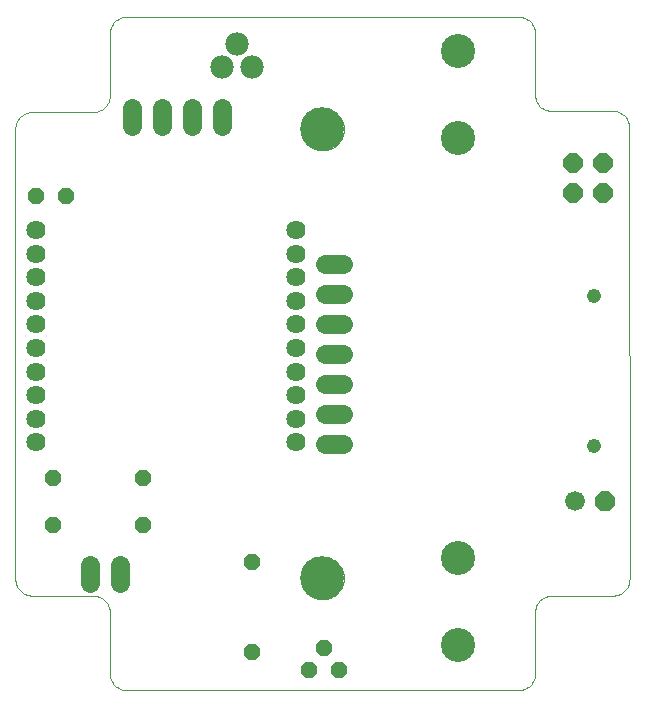
<source format=gbs>
G75*
%MOIN*%
%OFA0B0*%
%FSLAX24Y24*%
%IPPOS*%
%LPD*%
%AMOC8*
5,1,8,0,0,1.08239X$1,22.5*
%
%ADD10C,0.0000*%
%ADD11C,0.0780*%
%ADD12OC8,0.0560*%
%ADD13C,0.1135*%
%ADD14OC8,0.0660*%
%ADD15C,0.0660*%
%ADD16C,0.0640*%
%ADD17C,0.0476*%
%ADD18OC8,0.0640*%
%ADD19C,0.1457*%
%ADD20C,0.0640*%
D10*
X003547Y002773D02*
X003545Y002819D01*
X003539Y002865D01*
X003530Y002910D01*
X003517Y002954D01*
X003500Y002997D01*
X003480Y003038D01*
X003456Y003078D01*
X003430Y003115D01*
X003400Y003150D01*
X003367Y003183D01*
X003332Y003213D01*
X003295Y003239D01*
X003255Y003263D01*
X003214Y003283D01*
X003171Y003300D01*
X003127Y003313D01*
X003082Y003322D01*
X003036Y003328D01*
X002990Y003330D01*
X000954Y003330D01*
X000954Y003329D02*
X000908Y003331D01*
X000862Y003337D01*
X000817Y003346D01*
X000773Y003359D01*
X000730Y003376D01*
X000689Y003396D01*
X000649Y003420D01*
X000612Y003446D01*
X000577Y003476D01*
X000544Y003509D01*
X000514Y003544D01*
X000488Y003581D01*
X000464Y003621D01*
X000444Y003662D01*
X000427Y003705D01*
X000414Y003749D01*
X000405Y003794D01*
X000399Y003840D01*
X000397Y003886D01*
X000397Y018907D01*
X000398Y018907D02*
X000400Y018952D01*
X000405Y018996D01*
X000415Y019040D01*
X000427Y019082D01*
X000443Y019124D01*
X000463Y019164D01*
X000486Y019202D01*
X000512Y019239D01*
X000541Y019273D01*
X000572Y019304D01*
X000606Y019333D01*
X000643Y019359D01*
X000681Y019382D01*
X000721Y019402D01*
X000763Y019418D01*
X000805Y019430D01*
X000849Y019440D01*
X000893Y019445D01*
X000938Y019447D01*
X000938Y019448D02*
X002973Y019448D01*
X002973Y019447D02*
X003018Y019449D01*
X003063Y019454D01*
X003107Y019463D01*
X003150Y019475D01*
X003193Y019491D01*
X003234Y019510D01*
X003273Y019532D01*
X003310Y019557D01*
X003346Y019585D01*
X003379Y019615D01*
X003409Y019648D01*
X003437Y019684D01*
X003462Y019721D01*
X003484Y019760D01*
X003503Y019801D01*
X003519Y019844D01*
X003531Y019887D01*
X003540Y019931D01*
X003545Y019976D01*
X003547Y020021D01*
X003547Y022064D01*
X003549Y022110D01*
X003555Y022156D01*
X003564Y022201D01*
X003577Y022245D01*
X003594Y022288D01*
X003614Y022329D01*
X003638Y022369D01*
X003664Y022406D01*
X003694Y022441D01*
X003727Y022474D01*
X003762Y022504D01*
X003799Y022530D01*
X003839Y022554D01*
X003880Y022574D01*
X003923Y022591D01*
X003967Y022604D01*
X004012Y022613D01*
X004058Y022619D01*
X004104Y022621D01*
X017164Y022621D01*
X017210Y022619D01*
X017256Y022613D01*
X017301Y022604D01*
X017345Y022591D01*
X017388Y022574D01*
X017429Y022554D01*
X017469Y022530D01*
X017506Y022504D01*
X017541Y022474D01*
X017574Y022441D01*
X017604Y022406D01*
X017630Y022369D01*
X017654Y022329D01*
X017674Y022288D01*
X017691Y022245D01*
X017704Y022201D01*
X017713Y022156D01*
X017719Y022110D01*
X017721Y022064D01*
X017720Y022064D02*
X017720Y020033D01*
X017722Y019988D01*
X017727Y019943D01*
X017737Y019899D01*
X017750Y019856D01*
X017766Y019814D01*
X017786Y019773D01*
X017809Y019734D01*
X017835Y019698D01*
X017864Y019663D01*
X017896Y019631D01*
X017931Y019602D01*
X017967Y019576D01*
X018006Y019553D01*
X018047Y019533D01*
X018089Y019517D01*
X018132Y019504D01*
X018176Y019494D01*
X018221Y019489D01*
X018266Y019487D01*
X020300Y019487D01*
X020299Y019487D02*
X020346Y019485D01*
X020392Y019479D01*
X020437Y019470D01*
X020482Y019456D01*
X020525Y019439D01*
X020567Y019419D01*
X020607Y019395D01*
X020645Y019368D01*
X020680Y019338D01*
X020713Y019305D01*
X020743Y019270D01*
X020770Y019232D01*
X020794Y019192D01*
X020815Y019150D01*
X020832Y019107D01*
X020845Y019062D01*
X020854Y019017D01*
X020860Y018970D01*
X020862Y018924D01*
X020870Y003888D01*
X020870Y003887D02*
X020868Y003841D01*
X020863Y003795D01*
X020853Y003750D01*
X020840Y003706D01*
X020823Y003663D01*
X020803Y003622D01*
X020780Y003582D01*
X020753Y003544D01*
X020723Y003509D01*
X020691Y003477D01*
X020656Y003447D01*
X020618Y003420D01*
X020578Y003396D01*
X020537Y003376D01*
X020494Y003359D01*
X020450Y003346D01*
X020405Y003337D01*
X020359Y003331D01*
X020313Y003329D01*
X020313Y003330D02*
X018277Y003330D01*
X018231Y003328D01*
X018185Y003322D01*
X018140Y003313D01*
X018096Y003300D01*
X018053Y003283D01*
X018012Y003263D01*
X017972Y003239D01*
X017935Y003213D01*
X017900Y003183D01*
X017867Y003150D01*
X017837Y003115D01*
X017811Y003078D01*
X017787Y003038D01*
X017767Y002997D01*
X017750Y002954D01*
X017737Y002910D01*
X017728Y002865D01*
X017722Y002819D01*
X017720Y002773D01*
X017720Y000737D01*
X017721Y000737D02*
X017719Y000691D01*
X017713Y000645D01*
X017704Y000600D01*
X017691Y000556D01*
X017674Y000513D01*
X017654Y000472D01*
X017630Y000432D01*
X017604Y000395D01*
X017574Y000360D01*
X017541Y000327D01*
X017506Y000297D01*
X017469Y000271D01*
X017429Y000247D01*
X017388Y000227D01*
X017345Y000210D01*
X017301Y000197D01*
X017256Y000188D01*
X017210Y000182D01*
X017164Y000180D01*
X004104Y000180D01*
X004058Y000182D01*
X004012Y000188D01*
X003967Y000197D01*
X003923Y000210D01*
X003880Y000227D01*
X003839Y000247D01*
X003799Y000271D01*
X003762Y000297D01*
X003727Y000327D01*
X003694Y000360D01*
X003664Y000395D01*
X003638Y000432D01*
X003614Y000472D01*
X003594Y000513D01*
X003577Y000556D01*
X003564Y000600D01*
X003555Y000645D01*
X003549Y000691D01*
X003547Y000737D01*
X003547Y002773D01*
X009925Y003920D02*
X009927Y003973D01*
X009933Y004026D01*
X009943Y004078D01*
X009956Y004129D01*
X009974Y004179D01*
X009995Y004228D01*
X010020Y004275D01*
X010048Y004319D01*
X010080Y004362D01*
X010114Y004402D01*
X010152Y004440D01*
X010192Y004474D01*
X010235Y004506D01*
X010280Y004534D01*
X010326Y004559D01*
X010375Y004580D01*
X010425Y004598D01*
X010476Y004611D01*
X010528Y004621D01*
X010581Y004627D01*
X010634Y004629D01*
X010687Y004627D01*
X010740Y004621D01*
X010792Y004611D01*
X010843Y004598D01*
X010893Y004580D01*
X010942Y004559D01*
X010989Y004534D01*
X011033Y004506D01*
X011076Y004474D01*
X011116Y004440D01*
X011154Y004402D01*
X011188Y004362D01*
X011220Y004319D01*
X011248Y004274D01*
X011273Y004228D01*
X011294Y004179D01*
X011312Y004129D01*
X011325Y004078D01*
X011335Y004026D01*
X011341Y003973D01*
X011343Y003920D01*
X011341Y003867D01*
X011335Y003814D01*
X011325Y003762D01*
X011312Y003711D01*
X011294Y003661D01*
X011273Y003612D01*
X011248Y003565D01*
X011220Y003521D01*
X011188Y003478D01*
X011154Y003438D01*
X011116Y003400D01*
X011076Y003366D01*
X011033Y003334D01*
X010988Y003306D01*
X010942Y003281D01*
X010893Y003260D01*
X010843Y003242D01*
X010792Y003229D01*
X010740Y003219D01*
X010687Y003213D01*
X010634Y003211D01*
X010581Y003213D01*
X010528Y003219D01*
X010476Y003229D01*
X010425Y003242D01*
X010375Y003260D01*
X010326Y003281D01*
X010279Y003306D01*
X010235Y003334D01*
X010192Y003366D01*
X010152Y003400D01*
X010114Y003438D01*
X010080Y003478D01*
X010048Y003521D01*
X010020Y003566D01*
X009995Y003612D01*
X009974Y003661D01*
X009956Y003711D01*
X009943Y003762D01*
X009933Y003814D01*
X009927Y003867D01*
X009925Y003920D01*
X009925Y018881D02*
X009927Y018934D01*
X009933Y018987D01*
X009943Y019039D01*
X009956Y019090D01*
X009974Y019140D01*
X009995Y019189D01*
X010020Y019236D01*
X010048Y019280D01*
X010080Y019323D01*
X010114Y019363D01*
X010152Y019401D01*
X010192Y019435D01*
X010235Y019467D01*
X010280Y019495D01*
X010326Y019520D01*
X010375Y019541D01*
X010425Y019559D01*
X010476Y019572D01*
X010528Y019582D01*
X010581Y019588D01*
X010634Y019590D01*
X010687Y019588D01*
X010740Y019582D01*
X010792Y019572D01*
X010843Y019559D01*
X010893Y019541D01*
X010942Y019520D01*
X010989Y019495D01*
X011033Y019467D01*
X011076Y019435D01*
X011116Y019401D01*
X011154Y019363D01*
X011188Y019323D01*
X011220Y019280D01*
X011248Y019235D01*
X011273Y019189D01*
X011294Y019140D01*
X011312Y019090D01*
X011325Y019039D01*
X011335Y018987D01*
X011341Y018934D01*
X011343Y018881D01*
X011341Y018828D01*
X011335Y018775D01*
X011325Y018723D01*
X011312Y018672D01*
X011294Y018622D01*
X011273Y018573D01*
X011248Y018526D01*
X011220Y018482D01*
X011188Y018439D01*
X011154Y018399D01*
X011116Y018361D01*
X011076Y018327D01*
X011033Y018295D01*
X010988Y018267D01*
X010942Y018242D01*
X010893Y018221D01*
X010843Y018203D01*
X010792Y018190D01*
X010740Y018180D01*
X010687Y018174D01*
X010634Y018172D01*
X010581Y018174D01*
X010528Y018180D01*
X010476Y018190D01*
X010425Y018203D01*
X010375Y018221D01*
X010326Y018242D01*
X010279Y018267D01*
X010235Y018295D01*
X010192Y018327D01*
X010152Y018361D01*
X010114Y018399D01*
X010080Y018439D01*
X010048Y018482D01*
X010020Y018527D01*
X009995Y018573D01*
X009974Y018622D01*
X009956Y018672D01*
X009943Y018723D01*
X009933Y018775D01*
X009927Y018828D01*
X009925Y018881D01*
D11*
X008301Y020960D03*
X007801Y021710D03*
X007301Y020960D03*
D12*
X002094Y016664D03*
X001094Y016664D03*
X001653Y007267D03*
X001653Y005692D03*
X004653Y005692D03*
X004653Y007267D03*
X008271Y004436D03*
X008271Y001436D03*
X010173Y000841D03*
X010673Y001591D03*
X011173Y000841D03*
D13*
X015149Y001701D03*
X015149Y004601D03*
X015149Y018601D03*
X015149Y021501D03*
D14*
X020039Y006487D03*
D15*
X019039Y006487D03*
D16*
X009736Y008436D03*
X009736Y009223D03*
X009736Y010011D03*
X009736Y010798D03*
X009736Y011586D03*
X009736Y012373D03*
X009736Y013160D03*
X009736Y013948D03*
X009736Y014735D03*
X009736Y015523D03*
X001075Y015523D03*
X001075Y014735D03*
X001075Y013948D03*
X001075Y013160D03*
X001075Y012373D03*
X001075Y011586D03*
X001075Y010798D03*
X001075Y010011D03*
X001075Y009223D03*
X001075Y008436D03*
D17*
X019689Y008310D03*
X019689Y013310D03*
D18*
X019992Y016767D03*
X019992Y017767D03*
X018992Y017767D03*
X018992Y016767D03*
D19*
X010634Y018881D03*
X010634Y003920D03*
D20*
X010727Y008400D02*
X011327Y008400D01*
X011327Y009400D02*
X010727Y009400D01*
X010727Y010400D02*
X011327Y010400D01*
X011327Y011400D02*
X010727Y011400D01*
X010727Y012400D02*
X011327Y012400D01*
X011327Y013400D02*
X010727Y013400D01*
X010727Y014400D02*
X011327Y014400D01*
X007291Y018974D02*
X007291Y019574D01*
X006291Y019574D02*
X006291Y018974D01*
X005291Y018974D02*
X005291Y019574D01*
X004291Y019574D02*
X004291Y018974D01*
X003890Y004338D02*
X003890Y003738D01*
X002890Y003738D02*
X002890Y004338D01*
M02*

</source>
